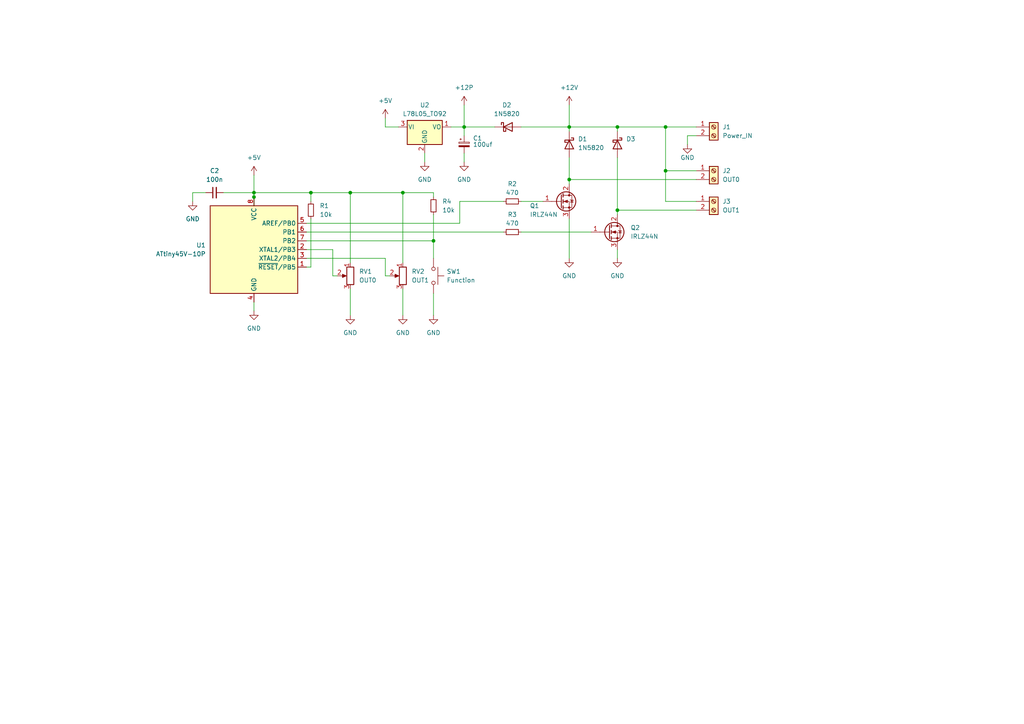
<source format=kicad_sch>
(kicad_sch (version 20230121) (generator eeschema)

  (uuid 1c23a6e0-5074-4d09-8f63-35c4acc46642)

  (paper "A4")

  (lib_symbols
    (symbol "Connector:Screw_Terminal_01x02" (pin_names (offset 1.016) hide) (in_bom yes) (on_board yes)
      (property "Reference" "J" (at 0 2.54 0)
        (effects (font (size 1.27 1.27)))
      )
      (property "Value" "Screw_Terminal_01x02" (at 0 -5.08 0)
        (effects (font (size 1.27 1.27)))
      )
      (property "Footprint" "" (at 0 0 0)
        (effects (font (size 1.27 1.27)) hide)
      )
      (property "Datasheet" "~" (at 0 0 0)
        (effects (font (size 1.27 1.27)) hide)
      )
      (property "ki_keywords" "screw terminal" (at 0 0 0)
        (effects (font (size 1.27 1.27)) hide)
      )
      (property "ki_description" "Generic screw terminal, single row, 01x02, script generated (kicad-library-utils/schlib/autogen/connector/)" (at 0 0 0)
        (effects (font (size 1.27 1.27)) hide)
      )
      (property "ki_fp_filters" "TerminalBlock*:*" (at 0 0 0)
        (effects (font (size 1.27 1.27)) hide)
      )
      (symbol "Screw_Terminal_01x02_1_1"
        (rectangle (start -1.27 1.27) (end 1.27 -3.81)
          (stroke (width 0.254) (type default))
          (fill (type background))
        )
        (circle (center 0 -2.54) (radius 0.635)
          (stroke (width 0.1524) (type default))
          (fill (type none))
        )
        (polyline
          (pts
            (xy -0.5334 -2.2098)
            (xy 0.3302 -3.048)
          )
          (stroke (width 0.1524) (type default))
          (fill (type none))
        )
        (polyline
          (pts
            (xy -0.5334 0.3302)
            (xy 0.3302 -0.508)
          )
          (stroke (width 0.1524) (type default))
          (fill (type none))
        )
        (polyline
          (pts
            (xy -0.3556 -2.032)
            (xy 0.508 -2.8702)
          )
          (stroke (width 0.1524) (type default))
          (fill (type none))
        )
        (polyline
          (pts
            (xy -0.3556 0.508)
            (xy 0.508 -0.3302)
          )
          (stroke (width 0.1524) (type default))
          (fill (type none))
        )
        (circle (center 0 0) (radius 0.635)
          (stroke (width 0.1524) (type default))
          (fill (type none))
        )
        (pin passive line (at -5.08 0 0) (length 3.81)
          (name "Pin_1" (effects (font (size 1.27 1.27))))
          (number "1" (effects (font (size 1.27 1.27))))
        )
        (pin passive line (at -5.08 -2.54 0) (length 3.81)
          (name "Pin_2" (effects (font (size 1.27 1.27))))
          (number "2" (effects (font (size 1.27 1.27))))
        )
      )
    )
    (symbol "Device:C_Polarized_Small" (pin_numbers hide) (pin_names (offset 0.254) hide) (in_bom yes) (on_board yes)
      (property "Reference" "C" (at 0.254 1.778 0)
        (effects (font (size 1.27 1.27)) (justify left))
      )
      (property "Value" "C_Polarized_Small" (at 0.254 -2.032 0)
        (effects (font (size 1.27 1.27)) (justify left))
      )
      (property "Footprint" "" (at 0 0 0)
        (effects (font (size 1.27 1.27)) hide)
      )
      (property "Datasheet" "~" (at 0 0 0)
        (effects (font (size 1.27 1.27)) hide)
      )
      (property "ki_keywords" "cap capacitor" (at 0 0 0)
        (effects (font (size 1.27 1.27)) hide)
      )
      (property "ki_description" "Polarized capacitor, small symbol" (at 0 0 0)
        (effects (font (size 1.27 1.27)) hide)
      )
      (property "ki_fp_filters" "CP_*" (at 0 0 0)
        (effects (font (size 1.27 1.27)) hide)
      )
      (symbol "C_Polarized_Small_0_1"
        (rectangle (start -1.524 -0.3048) (end 1.524 -0.6858)
          (stroke (width 0) (type default))
          (fill (type outline))
        )
        (rectangle (start -1.524 0.6858) (end 1.524 0.3048)
          (stroke (width 0) (type default))
          (fill (type none))
        )
        (polyline
          (pts
            (xy -1.27 1.524)
            (xy -0.762 1.524)
          )
          (stroke (width 0) (type default))
          (fill (type none))
        )
        (polyline
          (pts
            (xy -1.016 1.27)
            (xy -1.016 1.778)
          )
          (stroke (width 0) (type default))
          (fill (type none))
        )
      )
      (symbol "C_Polarized_Small_1_1"
        (pin passive line (at 0 2.54 270) (length 1.8542)
          (name "~" (effects (font (size 1.27 1.27))))
          (number "1" (effects (font (size 1.27 1.27))))
        )
        (pin passive line (at 0 -2.54 90) (length 1.8542)
          (name "~" (effects (font (size 1.27 1.27))))
          (number "2" (effects (font (size 1.27 1.27))))
        )
      )
    )
    (symbol "Device:C_Small" (pin_numbers hide) (pin_names (offset 0.254) hide) (in_bom yes) (on_board yes)
      (property "Reference" "C" (at 0.254 1.778 0)
        (effects (font (size 1.27 1.27)) (justify left))
      )
      (property "Value" "C_Small" (at 0.254 -2.032 0)
        (effects (font (size 1.27 1.27)) (justify left))
      )
      (property "Footprint" "" (at 0 0 0)
        (effects (font (size 1.27 1.27)) hide)
      )
      (property "Datasheet" "~" (at 0 0 0)
        (effects (font (size 1.27 1.27)) hide)
      )
      (property "ki_keywords" "capacitor cap" (at 0 0 0)
        (effects (font (size 1.27 1.27)) hide)
      )
      (property "ki_description" "Unpolarized capacitor, small symbol" (at 0 0 0)
        (effects (font (size 1.27 1.27)) hide)
      )
      (property "ki_fp_filters" "C_*" (at 0 0 0)
        (effects (font (size 1.27 1.27)) hide)
      )
      (symbol "C_Small_0_1"
        (polyline
          (pts
            (xy -1.524 -0.508)
            (xy 1.524 -0.508)
          )
          (stroke (width 0.3302) (type default))
          (fill (type none))
        )
        (polyline
          (pts
            (xy -1.524 0.508)
            (xy 1.524 0.508)
          )
          (stroke (width 0.3048) (type default))
          (fill (type none))
        )
      )
      (symbol "C_Small_1_1"
        (pin passive line (at 0 2.54 270) (length 2.032)
          (name "~" (effects (font (size 1.27 1.27))))
          (number "1" (effects (font (size 1.27 1.27))))
        )
        (pin passive line (at 0 -2.54 90) (length 2.032)
          (name "~" (effects (font (size 1.27 1.27))))
          (number "2" (effects (font (size 1.27 1.27))))
        )
      )
    )
    (symbol "Device:R_Potentiometer" (pin_names (offset 1.016) hide) (in_bom yes) (on_board yes)
      (property "Reference" "RV" (at -4.445 0 90)
        (effects (font (size 1.27 1.27)))
      )
      (property "Value" "R_Potentiometer" (at -2.54 0 90)
        (effects (font (size 1.27 1.27)))
      )
      (property "Footprint" "" (at 0 0 0)
        (effects (font (size 1.27 1.27)) hide)
      )
      (property "Datasheet" "~" (at 0 0 0)
        (effects (font (size 1.27 1.27)) hide)
      )
      (property "ki_keywords" "resistor variable" (at 0 0 0)
        (effects (font (size 1.27 1.27)) hide)
      )
      (property "ki_description" "Potentiometer" (at 0 0 0)
        (effects (font (size 1.27 1.27)) hide)
      )
      (property "ki_fp_filters" "Potentiometer*" (at 0 0 0)
        (effects (font (size 1.27 1.27)) hide)
      )
      (symbol "R_Potentiometer_0_1"
        (polyline
          (pts
            (xy 2.54 0)
            (xy 1.524 0)
          )
          (stroke (width 0) (type default))
          (fill (type none))
        )
        (polyline
          (pts
            (xy 1.143 0)
            (xy 2.286 0.508)
            (xy 2.286 -0.508)
            (xy 1.143 0)
          )
          (stroke (width 0) (type default))
          (fill (type outline))
        )
        (rectangle (start 1.016 2.54) (end -1.016 -2.54)
          (stroke (width 0.254) (type default))
          (fill (type none))
        )
      )
      (symbol "R_Potentiometer_1_1"
        (pin passive line (at 0 3.81 270) (length 1.27)
          (name "1" (effects (font (size 1.27 1.27))))
          (number "1" (effects (font (size 1.27 1.27))))
        )
        (pin passive line (at 3.81 0 180) (length 1.27)
          (name "2" (effects (font (size 1.27 1.27))))
          (number "2" (effects (font (size 1.27 1.27))))
        )
        (pin passive line (at 0 -3.81 90) (length 1.27)
          (name "3" (effects (font (size 1.27 1.27))))
          (number "3" (effects (font (size 1.27 1.27))))
        )
      )
    )
    (symbol "Device:R_Small" (pin_numbers hide) (pin_names (offset 0.254) hide) (in_bom yes) (on_board yes)
      (property "Reference" "R" (at 0.762 0.508 0)
        (effects (font (size 1.27 1.27)) (justify left))
      )
      (property "Value" "R_Small" (at 0.762 -1.016 0)
        (effects (font (size 1.27 1.27)) (justify left))
      )
      (property "Footprint" "" (at 0 0 0)
        (effects (font (size 1.27 1.27)) hide)
      )
      (property "Datasheet" "~" (at 0 0 0)
        (effects (font (size 1.27 1.27)) hide)
      )
      (property "ki_keywords" "R resistor" (at 0 0 0)
        (effects (font (size 1.27 1.27)) hide)
      )
      (property "ki_description" "Resistor, small symbol" (at 0 0 0)
        (effects (font (size 1.27 1.27)) hide)
      )
      (property "ki_fp_filters" "R_*" (at 0 0 0)
        (effects (font (size 1.27 1.27)) hide)
      )
      (symbol "R_Small_0_1"
        (rectangle (start -0.762 1.778) (end 0.762 -1.778)
          (stroke (width 0.2032) (type default))
          (fill (type none))
        )
      )
      (symbol "R_Small_1_1"
        (pin passive line (at 0 2.54 270) (length 0.762)
          (name "~" (effects (font (size 1.27 1.27))))
          (number "1" (effects (font (size 1.27 1.27))))
        )
        (pin passive line (at 0 -2.54 90) (length 0.762)
          (name "~" (effects (font (size 1.27 1.27))))
          (number "2" (effects (font (size 1.27 1.27))))
        )
      )
    )
    (symbol "Diode:1N5820" (pin_numbers hide) (pin_names (offset 1.016) hide) (in_bom yes) (on_board yes)
      (property "Reference" "D" (at 0 2.54 0)
        (effects (font (size 1.27 1.27)))
      )
      (property "Value" "1N5820" (at 0 -2.54 0)
        (effects (font (size 1.27 1.27)))
      )
      (property "Footprint" "Diode_THT:D_DO-201AD_P15.24mm_Horizontal" (at 0 -4.445 0)
        (effects (font (size 1.27 1.27)) hide)
      )
      (property "Datasheet" "http://www.vishay.com/docs/88526/1n5820.pdf" (at 0 0 0)
        (effects (font (size 1.27 1.27)) hide)
      )
      (property "ki_keywords" "diode Schottky" (at 0 0 0)
        (effects (font (size 1.27 1.27)) hide)
      )
      (property "ki_description" "20V 3A Schottky Barrier Rectifier Diode, DO-201AD" (at 0 0 0)
        (effects (font (size 1.27 1.27)) hide)
      )
      (property "ki_fp_filters" "D*DO?201AD*" (at 0 0 0)
        (effects (font (size 1.27 1.27)) hide)
      )
      (symbol "1N5820_0_1"
        (polyline
          (pts
            (xy 1.27 0)
            (xy -1.27 0)
          )
          (stroke (width 0) (type default))
          (fill (type none))
        )
        (polyline
          (pts
            (xy 1.27 1.27)
            (xy 1.27 -1.27)
            (xy -1.27 0)
            (xy 1.27 1.27)
          )
          (stroke (width 0.254) (type default))
          (fill (type none))
        )
        (polyline
          (pts
            (xy -1.905 0.635)
            (xy -1.905 1.27)
            (xy -1.27 1.27)
            (xy -1.27 -1.27)
            (xy -0.635 -1.27)
            (xy -0.635 -0.635)
          )
          (stroke (width 0.254) (type default))
          (fill (type none))
        )
      )
      (symbol "1N5820_1_1"
        (pin passive line (at -3.81 0 0) (length 2.54)
          (name "K" (effects (font (size 1.27 1.27))))
          (number "1" (effects (font (size 1.27 1.27))))
        )
        (pin passive line (at 3.81 0 180) (length 2.54)
          (name "A" (effects (font (size 1.27 1.27))))
          (number "2" (effects (font (size 1.27 1.27))))
        )
      )
    )
    (symbol "MCU_Microchip_ATtiny:ATtiny45V-10P" (in_bom yes) (on_board yes)
      (property "Reference" "U" (at -12.7 13.97 0)
        (effects (font (size 1.27 1.27)) (justify left bottom))
      )
      (property "Value" "ATtiny45V-10P" (at 2.54 -13.97 0)
        (effects (font (size 1.27 1.27)) (justify left top))
      )
      (property "Footprint" "Package_DIP:DIP-8_W7.62mm" (at 0 0 0)
        (effects (font (size 1.27 1.27) italic) hide)
      )
      (property "Datasheet" "http://ww1.microchip.com/downloads/en/DeviceDoc/atmel-2586-avr-8-bit-microcontroller-attiny25-attiny45-attiny85_datasheet.pdf" (at 0 0 0)
        (effects (font (size 1.27 1.27)) hide)
      )
      (property "ki_keywords" "AVR 8bit Microcontroller tinyAVR" (at 0 0 0)
        (effects (font (size 1.27 1.27)) hide)
      )
      (property "ki_description" "10MHz, 4kB Flash, 256B SRAM, 256B EEPROM, debugWIRE, DIP-8" (at 0 0 0)
        (effects (font (size 1.27 1.27)) hide)
      )
      (property "ki_fp_filters" "DIP*W7.62mm*" (at 0 0 0)
        (effects (font (size 1.27 1.27)) hide)
      )
      (symbol "ATtiny45V-10P_0_1"
        (rectangle (start -12.7 -12.7) (end 12.7 12.7)
          (stroke (width 0.254) (type default))
          (fill (type background))
        )
      )
      (symbol "ATtiny45V-10P_1_1"
        (pin bidirectional line (at 15.24 -5.08 180) (length 2.54)
          (name "~{RESET}/PB5" (effects (font (size 1.27 1.27))))
          (number "1" (effects (font (size 1.27 1.27))))
        )
        (pin bidirectional line (at 15.24 0 180) (length 2.54)
          (name "XTAL1/PB3" (effects (font (size 1.27 1.27))))
          (number "2" (effects (font (size 1.27 1.27))))
        )
        (pin bidirectional line (at 15.24 -2.54 180) (length 2.54)
          (name "XTAL2/PB4" (effects (font (size 1.27 1.27))))
          (number "3" (effects (font (size 1.27 1.27))))
        )
        (pin power_in line (at 0 -15.24 90) (length 2.54)
          (name "GND" (effects (font (size 1.27 1.27))))
          (number "4" (effects (font (size 1.27 1.27))))
        )
        (pin bidirectional line (at 15.24 7.62 180) (length 2.54)
          (name "AREF/PB0" (effects (font (size 1.27 1.27))))
          (number "5" (effects (font (size 1.27 1.27))))
        )
        (pin bidirectional line (at 15.24 5.08 180) (length 2.54)
          (name "PB1" (effects (font (size 1.27 1.27))))
          (number "6" (effects (font (size 1.27 1.27))))
        )
        (pin bidirectional line (at 15.24 2.54 180) (length 2.54)
          (name "PB2" (effects (font (size 1.27 1.27))))
          (number "7" (effects (font (size 1.27 1.27))))
        )
        (pin power_in line (at 0 15.24 270) (length 2.54)
          (name "VCC" (effects (font (size 1.27 1.27))))
          (number "8" (effects (font (size 1.27 1.27))))
        )
      )
    )
    (symbol "Regulator_Linear:L78L05_TO92" (pin_names (offset 0.254)) (in_bom yes) (on_board yes)
      (property "Reference" "U" (at -3.81 3.175 0)
        (effects (font (size 1.27 1.27)))
      )
      (property "Value" "L78L05_TO92" (at 0 3.175 0)
        (effects (font (size 1.27 1.27)) (justify left))
      )
      (property "Footprint" "Package_TO_SOT_THT:TO-92_Inline" (at 0 5.715 0)
        (effects (font (size 1.27 1.27) italic) hide)
      )
      (property "Datasheet" "http://www.st.com/content/ccc/resource/technical/document/datasheet/15/55/e5/aa/23/5b/43/fd/CD00000446.pdf/files/CD00000446.pdf/jcr:content/translations/en.CD00000446.pdf" (at 0 -1.27 0)
        (effects (font (size 1.27 1.27)) hide)
      )
      (property "ki_keywords" "Voltage Regulator 100mA Positive" (at 0 0 0)
        (effects (font (size 1.27 1.27)) hide)
      )
      (property "ki_description" "Positive 100mA 30V Linear Regulator, Fixed Output 5V, TO-92" (at 0 0 0)
        (effects (font (size 1.27 1.27)) hide)
      )
      (property "ki_fp_filters" "TO?92*" (at 0 0 0)
        (effects (font (size 1.27 1.27)) hide)
      )
      (symbol "L78L05_TO92_0_1"
        (rectangle (start -5.08 -5.08) (end 5.08 1.905)
          (stroke (width 0.254) (type default))
          (fill (type background))
        )
      )
      (symbol "L78L05_TO92_1_1"
        (pin power_out line (at 7.62 0 180) (length 2.54)
          (name "VO" (effects (font (size 1.27 1.27))))
          (number "1" (effects (font (size 1.27 1.27))))
        )
        (pin power_in line (at 0 -7.62 90) (length 2.54)
          (name "GND" (effects (font (size 1.27 1.27))))
          (number "2" (effects (font (size 1.27 1.27))))
        )
        (pin power_in line (at -7.62 0 0) (length 2.54)
          (name "VI" (effects (font (size 1.27 1.27))))
          (number "3" (effects (font (size 1.27 1.27))))
        )
      )
    )
    (symbol "Switch:SW_Push" (pin_numbers hide) (pin_names (offset 1.016) hide) (in_bom yes) (on_board yes)
      (property "Reference" "SW" (at 1.27 2.54 0)
        (effects (font (size 1.27 1.27)) (justify left))
      )
      (property "Value" "SW_Push" (at 0 -1.524 0)
        (effects (font (size 1.27 1.27)))
      )
      (property "Footprint" "" (at 0 5.08 0)
        (effects (font (size 1.27 1.27)) hide)
      )
      (property "Datasheet" "~" (at 0 5.08 0)
        (effects (font (size 1.27 1.27)) hide)
      )
      (property "ki_keywords" "switch normally-open pushbutton push-button" (at 0 0 0)
        (effects (font (size 1.27 1.27)) hide)
      )
      (property "ki_description" "Push button switch, generic, two pins" (at 0 0 0)
        (effects (font (size 1.27 1.27)) hide)
      )
      (symbol "SW_Push_0_1"
        (circle (center -2.032 0) (radius 0.508)
          (stroke (width 0) (type default))
          (fill (type none))
        )
        (polyline
          (pts
            (xy 0 1.27)
            (xy 0 3.048)
          )
          (stroke (width 0) (type default))
          (fill (type none))
        )
        (polyline
          (pts
            (xy 2.54 1.27)
            (xy -2.54 1.27)
          )
          (stroke (width 0) (type default))
          (fill (type none))
        )
        (circle (center 2.032 0) (radius 0.508)
          (stroke (width 0) (type default))
          (fill (type none))
        )
        (pin passive line (at -5.08 0 0) (length 2.54)
          (name "1" (effects (font (size 1.27 1.27))))
          (number "1" (effects (font (size 1.27 1.27))))
        )
        (pin passive line (at 5.08 0 180) (length 2.54)
          (name "2" (effects (font (size 1.27 1.27))))
          (number "2" (effects (font (size 1.27 1.27))))
        )
      )
    )
    (symbol "Transistor_FET:IRLZ44N" (pin_names hide) (in_bom yes) (on_board yes)
      (property "Reference" "Q" (at 6.35 1.905 0)
        (effects (font (size 1.27 1.27)) (justify left))
      )
      (property "Value" "IRLZ44N" (at 6.35 0 0)
        (effects (font (size 1.27 1.27)) (justify left))
      )
      (property "Footprint" "Package_TO_SOT_THT:TO-220-3_Vertical" (at 6.35 -1.905 0)
        (effects (font (size 1.27 1.27) italic) (justify left) hide)
      )
      (property "Datasheet" "http://www.irf.com/product-info/datasheets/data/irlz44n.pdf" (at 0 0 0)
        (effects (font (size 1.27 1.27)) (justify left) hide)
      )
      (property "ki_keywords" "N-Channel HEXFET MOSFET Logic-Level" (at 0 0 0)
        (effects (font (size 1.27 1.27)) hide)
      )
      (property "ki_description" "47A Id, 55V Vds, 22mOhm Rds Single N-Channel HEXFET Power MOSFET, TO-220AB" (at 0 0 0)
        (effects (font (size 1.27 1.27)) hide)
      )
      (property "ki_fp_filters" "TO?220*" (at 0 0 0)
        (effects (font (size 1.27 1.27)) hide)
      )
      (symbol "IRLZ44N_0_1"
        (polyline
          (pts
            (xy 0.254 0)
            (xy -2.54 0)
          )
          (stroke (width 0) (type default))
          (fill (type none))
        )
        (polyline
          (pts
            (xy 0.254 1.905)
            (xy 0.254 -1.905)
          )
          (stroke (width 0.254) (type default))
          (fill (type none))
        )
        (polyline
          (pts
            (xy 0.762 -1.27)
            (xy 0.762 -2.286)
          )
          (stroke (width 0.254) (type default))
          (fill (type none))
        )
        (polyline
          (pts
            (xy 0.762 0.508)
            (xy 0.762 -0.508)
          )
          (stroke (width 0.254) (type default))
          (fill (type none))
        )
        (polyline
          (pts
            (xy 0.762 2.286)
            (xy 0.762 1.27)
          )
          (stroke (width 0.254) (type default))
          (fill (type none))
        )
        (polyline
          (pts
            (xy 2.54 2.54)
            (xy 2.54 1.778)
          )
          (stroke (width 0) (type default))
          (fill (type none))
        )
        (polyline
          (pts
            (xy 2.54 -2.54)
            (xy 2.54 0)
            (xy 0.762 0)
          )
          (stroke (width 0) (type default))
          (fill (type none))
        )
        (polyline
          (pts
            (xy 0.762 -1.778)
            (xy 3.302 -1.778)
            (xy 3.302 1.778)
            (xy 0.762 1.778)
          )
          (stroke (width 0) (type default))
          (fill (type none))
        )
        (polyline
          (pts
            (xy 1.016 0)
            (xy 2.032 0.381)
            (xy 2.032 -0.381)
            (xy 1.016 0)
          )
          (stroke (width 0) (type default))
          (fill (type outline))
        )
        (polyline
          (pts
            (xy 2.794 0.508)
            (xy 2.921 0.381)
            (xy 3.683 0.381)
            (xy 3.81 0.254)
          )
          (stroke (width 0) (type default))
          (fill (type none))
        )
        (polyline
          (pts
            (xy 3.302 0.381)
            (xy 2.921 -0.254)
            (xy 3.683 -0.254)
            (xy 3.302 0.381)
          )
          (stroke (width 0) (type default))
          (fill (type none))
        )
        (circle (center 1.651 0) (radius 2.794)
          (stroke (width 0.254) (type default))
          (fill (type none))
        )
        (circle (center 2.54 -1.778) (radius 0.254)
          (stroke (width 0) (type default))
          (fill (type outline))
        )
        (circle (center 2.54 1.778) (radius 0.254)
          (stroke (width 0) (type default))
          (fill (type outline))
        )
      )
      (symbol "IRLZ44N_1_1"
        (pin input line (at -5.08 0 0) (length 2.54)
          (name "G" (effects (font (size 1.27 1.27))))
          (number "1" (effects (font (size 1.27 1.27))))
        )
        (pin passive line (at 2.54 5.08 270) (length 2.54)
          (name "D" (effects (font (size 1.27 1.27))))
          (number "2" (effects (font (size 1.27 1.27))))
        )
        (pin passive line (at 2.54 -5.08 90) (length 2.54)
          (name "S" (effects (font (size 1.27 1.27))))
          (number "3" (effects (font (size 1.27 1.27))))
        )
      )
    )
    (symbol "power:+12P" (power) (pin_names (offset 0)) (in_bom yes) (on_board yes)
      (property "Reference" "#PWR" (at 0 -3.81 0)
        (effects (font (size 1.27 1.27)) hide)
      )
      (property "Value" "+12P" (at 0 3.556 0)
        (effects (font (size 1.27 1.27)))
      )
      (property "Footprint" "" (at 0 0 0)
        (effects (font (size 1.27 1.27)) hide)
      )
      (property "Datasheet" "" (at 0 0 0)
        (effects (font (size 1.27 1.27)) hide)
      )
      (property "ki_keywords" "global power" (at 0 0 0)
        (effects (font (size 1.27 1.27)) hide)
      )
      (property "ki_description" "Power symbol creates a global label with name \"+12P\"" (at 0 0 0)
        (effects (font (size 1.27 1.27)) hide)
      )
      (symbol "+12P_0_1"
        (polyline
          (pts
            (xy -0.762 1.27)
            (xy 0 2.54)
          )
          (stroke (width 0) (type default))
          (fill (type none))
        )
        (polyline
          (pts
            (xy 0 0)
            (xy 0 2.54)
          )
          (stroke (width 0) (type default))
          (fill (type none))
        )
        (polyline
          (pts
            (xy 0 2.54)
            (xy 0.762 1.27)
          )
          (stroke (width 0) (type default))
          (fill (type none))
        )
      )
      (symbol "+12P_1_1"
        (pin power_in line (at 0 0 90) (length 0) hide
          (name "+12P" (effects (font (size 1.27 1.27))))
          (number "1" (effects (font (size 1.27 1.27))))
        )
      )
    )
    (symbol "power:+12V" (power) (pin_names (offset 0)) (in_bom yes) (on_board yes)
      (property "Reference" "#PWR" (at 0 -3.81 0)
        (effects (font (size 1.27 1.27)) hide)
      )
      (property "Value" "+12V" (at 0 3.556 0)
        (effects (font (size 1.27 1.27)))
      )
      (property "Footprint" "" (at 0 0 0)
        (effects (font (size 1.27 1.27)) hide)
      )
      (property "Datasheet" "" (at 0 0 0)
        (effects (font (size 1.27 1.27)) hide)
      )
      (property "ki_keywords" "global power" (at 0 0 0)
        (effects (font (size 1.27 1.27)) hide)
      )
      (property "ki_description" "Power symbol creates a global label with name \"+12V\"" (at 0 0 0)
        (effects (font (size 1.27 1.27)) hide)
      )
      (symbol "+12V_0_1"
        (polyline
          (pts
            (xy -0.762 1.27)
            (xy 0 2.54)
          )
          (stroke (width 0) (type default))
          (fill (type none))
        )
        (polyline
          (pts
            (xy 0 0)
            (xy 0 2.54)
          )
          (stroke (width 0) (type default))
          (fill (type none))
        )
        (polyline
          (pts
            (xy 0 2.54)
            (xy 0.762 1.27)
          )
          (stroke (width 0) (type default))
          (fill (type none))
        )
      )
      (symbol "+12V_1_1"
        (pin power_in line (at 0 0 90) (length 0) hide
          (name "+12V" (effects (font (size 1.27 1.27))))
          (number "1" (effects (font (size 1.27 1.27))))
        )
      )
    )
    (symbol "power:+5V" (power) (pin_names (offset 0)) (in_bom yes) (on_board yes)
      (property "Reference" "#PWR" (at 0 -3.81 0)
        (effects (font (size 1.27 1.27)) hide)
      )
      (property "Value" "+5V" (at 0 3.556 0)
        (effects (font (size 1.27 1.27)))
      )
      (property "Footprint" "" (at 0 0 0)
        (effects (font (size 1.27 1.27)) hide)
      )
      (property "Datasheet" "" (at 0 0 0)
        (effects (font (size 1.27 1.27)) hide)
      )
      (property "ki_keywords" "global power" (at 0 0 0)
        (effects (font (size 1.27 1.27)) hide)
      )
      (property "ki_description" "Power symbol creates a global label with name \"+5V\"" (at 0 0 0)
        (effects (font (size 1.27 1.27)) hide)
      )
      (symbol "+5V_0_1"
        (polyline
          (pts
            (xy -0.762 1.27)
            (xy 0 2.54)
          )
          (stroke (width 0) (type default))
          (fill (type none))
        )
        (polyline
          (pts
            (xy 0 0)
            (xy 0 2.54)
          )
          (stroke (width 0) (type default))
          (fill (type none))
        )
        (polyline
          (pts
            (xy 0 2.54)
            (xy 0.762 1.27)
          )
          (stroke (width 0) (type default))
          (fill (type none))
        )
      )
      (symbol "+5V_1_1"
        (pin power_in line (at 0 0 90) (length 0) hide
          (name "+5V" (effects (font (size 1.27 1.27))))
          (number "1" (effects (font (size 1.27 1.27))))
        )
      )
    )
    (symbol "power:GND" (power) (pin_names (offset 0)) (in_bom yes) (on_board yes)
      (property "Reference" "#PWR" (at 0 -6.35 0)
        (effects (font (size 1.27 1.27)) hide)
      )
      (property "Value" "GND" (at 0 -3.81 0)
        (effects (font (size 1.27 1.27)))
      )
      (property "Footprint" "" (at 0 0 0)
        (effects (font (size 1.27 1.27)) hide)
      )
      (property "Datasheet" "" (at 0 0 0)
        (effects (font (size 1.27 1.27)) hide)
      )
      (property "ki_keywords" "global power" (at 0 0 0)
        (effects (font (size 1.27 1.27)) hide)
      )
      (property "ki_description" "Power symbol creates a global label with name \"GND\" , ground" (at 0 0 0)
        (effects (font (size 1.27 1.27)) hide)
      )
      (symbol "GND_0_1"
        (polyline
          (pts
            (xy 0 0)
            (xy 0 -1.27)
            (xy 1.27 -1.27)
            (xy 0 -2.54)
            (xy -1.27 -1.27)
            (xy 0 -1.27)
          )
          (stroke (width 0) (type default))
          (fill (type none))
        )
      )
      (symbol "GND_1_1"
        (pin power_in line (at 0 0 270) (length 0) hide
          (name "GND" (effects (font (size 1.27 1.27))))
          (number "1" (effects (font (size 1.27 1.27))))
        )
      )
    )
  )

  (junction (at 165.1 36.83) (diameter 0) (color 0 0 0 0)
    (uuid 13ff5aaf-2a6c-4bf9-8b3d-ddc4a9739391)
  )
  (junction (at 90.17 55.88) (diameter 0) (color 0 0 0 0)
    (uuid 2d6f7cbf-3662-460c-9f04-239302062ea5)
  )
  (junction (at 101.6 55.88) (diameter 0) (color 0 0 0 0)
    (uuid 3c577be2-8db2-481d-b185-9685d3115717)
  )
  (junction (at 73.66 57.15) (diameter 0) (color 0 0 0 0)
    (uuid 5277285c-b7af-4661-b3b6-d93d2f9e833f)
  )
  (junction (at 125.73 69.85) (diameter 0) (color 0 0 0 0)
    (uuid 8ba9b11c-77dd-4705-ad98-64c0cc5414a1)
  )
  (junction (at 116.84 55.88) (diameter 0) (color 0 0 0 0)
    (uuid 99c262ae-6e91-4519-bd20-842b30641a84)
  )
  (junction (at 134.62 36.83) (diameter 0) (color 0 0 0 0)
    (uuid 9fd97a1b-a679-4f8f-b894-65cc4b4bedc7)
  )
  (junction (at 193.04 36.83) (diameter 0) (color 0 0 0 0)
    (uuid ab42af3b-e073-48b6-9095-22a75c39eb29)
  )
  (junction (at 179.07 36.83) (diameter 0) (color 0 0 0 0)
    (uuid bfdb6273-24a4-45a0-89db-4e28ef0e03b2)
  )
  (junction (at 193.04 49.53) (diameter 0) (color 0 0 0 0)
    (uuid c6405476-8873-42ae-8b43-3e9feb511cfc)
  )
  (junction (at 179.07 60.96) (diameter 0) (color 0 0 0 0)
    (uuid ce6bf405-1839-4633-b330-95106616e3f5)
  )
  (junction (at 165.1 52.07) (diameter 0) (color 0 0 0 0)
    (uuid d8551a77-6f2c-4653-aab4-58ad893fe228)
  )
  (junction (at 73.66 55.88) (diameter 0) (color 0 0 0 0)
    (uuid f2840243-f24a-4d6e-8550-73e9f3af520b)
  )

  (wire (pts (xy 88.9 69.85) (xy 125.73 69.85))
    (stroke (width 0) (type default))
    (uuid 03d932cf-a8cc-442c-9e6a-c039fbe3bf5e)
  )
  (wire (pts (xy 96.52 80.01) (xy 96.52 72.39))
    (stroke (width 0) (type default))
    (uuid 04dbf1ec-1b3c-4351-af5b-ed546ef5d827)
  )
  (wire (pts (xy 90.17 55.88) (xy 101.6 55.88))
    (stroke (width 0) (type default))
    (uuid 07132052-a99e-4c1d-b919-291f9c656a09)
  )
  (wire (pts (xy 179.07 36.83) (xy 179.07 38.1))
    (stroke (width 0) (type default))
    (uuid 0bbc93f5-a120-4cb2-9c14-78d15ca482ff)
  )
  (wire (pts (xy 179.07 36.83) (xy 193.04 36.83))
    (stroke (width 0) (type default))
    (uuid 0ec7e8db-98d1-47b3-97ef-52391e8789f7)
  )
  (wire (pts (xy 90.17 63.5) (xy 90.17 77.47))
    (stroke (width 0) (type default))
    (uuid 0f6e8ccc-a46e-4a60-b982-1339e5c7a3ef)
  )
  (wire (pts (xy 133.35 64.77) (xy 88.9 64.77))
    (stroke (width 0) (type default))
    (uuid 12eb6c4d-a900-4c85-b7cf-2428243c00a2)
  )
  (wire (pts (xy 165.1 52.07) (xy 201.93 52.07))
    (stroke (width 0) (type default))
    (uuid 16b5ac6e-ae81-4c0c-8d4c-2f31b81eab35)
  )
  (wire (pts (xy 165.1 30.48) (xy 165.1 36.83))
    (stroke (width 0) (type default))
    (uuid 1ecb0dc3-30e1-4bf1-b1fb-77138d70375f)
  )
  (wire (pts (xy 179.07 72.39) (xy 179.07 74.93))
    (stroke (width 0) (type default))
    (uuid 2233775f-c1a7-4b00-905d-32f9df12cf2a)
  )
  (wire (pts (xy 123.19 44.45) (xy 123.19 46.99))
    (stroke (width 0) (type default))
    (uuid 25b21eb1-c1a3-4212-9b83-db45b05e705b)
  )
  (wire (pts (xy 179.07 60.96) (xy 179.07 62.23))
    (stroke (width 0) (type default))
    (uuid 28f88a98-2182-4ea4-8b4e-2e1924a85c96)
  )
  (wire (pts (xy 165.1 63.5) (xy 165.1 74.93))
    (stroke (width 0) (type default))
    (uuid 30429749-1937-477f-b175-31f76aec2b03)
  )
  (wire (pts (xy 134.62 44.45) (xy 134.62 46.99))
    (stroke (width 0) (type default))
    (uuid 335babcc-dcef-487b-a33c-9d85ec2e1ffc)
  )
  (wire (pts (xy 171.45 67.31) (xy 151.13 67.31))
    (stroke (width 0) (type default))
    (uuid 358c5b95-b236-4f5c-814b-3260dfa57ac7)
  )
  (wire (pts (xy 90.17 58.42) (xy 90.17 55.88))
    (stroke (width 0) (type default))
    (uuid 3a151253-bd73-4275-9d81-0efc3fc98c2e)
  )
  (wire (pts (xy 101.6 55.88) (xy 101.6 76.2))
    (stroke (width 0) (type default))
    (uuid 3c3b99e2-47ee-4aa4-ad81-de096a107e7a)
  )
  (wire (pts (xy 133.35 58.42) (xy 146.05 58.42))
    (stroke (width 0) (type default))
    (uuid 3f447b0a-38d8-4596-a3b5-4b252c8a9440)
  )
  (wire (pts (xy 88.9 67.31) (xy 146.05 67.31))
    (stroke (width 0) (type default))
    (uuid 40f18304-efcf-46f5-9f10-b6db54b58025)
  )
  (wire (pts (xy 151.13 36.83) (xy 165.1 36.83))
    (stroke (width 0) (type default))
    (uuid 4733049b-892a-44bf-93aa-a0516770dd64)
  )
  (wire (pts (xy 101.6 83.82) (xy 101.6 91.44))
    (stroke (width 0) (type default))
    (uuid 4b4fe70e-4ec0-42fc-8ca7-669695cbb1f4)
  )
  (wire (pts (xy 88.9 74.93) (xy 111.76 74.93))
    (stroke (width 0) (type default))
    (uuid 52c42236-6216-4888-b7e3-eff4be3e7444)
  )
  (wire (pts (xy 55.88 55.88) (xy 55.88 58.42))
    (stroke (width 0) (type default))
    (uuid 59878b6f-3d27-40bb-a01d-713f99ef6e1e)
  )
  (wire (pts (xy 133.35 58.42) (xy 133.35 64.77))
    (stroke (width 0) (type default))
    (uuid 5aeab2d4-ead8-4f45-9efc-2fadfdae90d3)
  )
  (wire (pts (xy 201.93 49.53) (xy 193.04 49.53))
    (stroke (width 0) (type default))
    (uuid 5f152cf6-b905-49b5-aae1-e887b6002b69)
  )
  (wire (pts (xy 111.76 36.83) (xy 115.57 36.83))
    (stroke (width 0) (type default))
    (uuid 60072e25-fefb-4d2d-9938-7bce608a78c1)
  )
  (wire (pts (xy 111.76 74.93) (xy 111.76 80.01))
    (stroke (width 0) (type default))
    (uuid 69c83781-2955-4df8-91c5-69e1b247f556)
  )
  (wire (pts (xy 116.84 83.82) (xy 116.84 91.44))
    (stroke (width 0) (type default))
    (uuid 6c2eb249-6f1e-4e6a-a77d-d7c96aae956b)
  )
  (wire (pts (xy 179.07 45.72) (xy 179.07 60.96))
    (stroke (width 0) (type default))
    (uuid 74606d5c-505a-43f8-a5aa-3cc90bcbfd25)
  )
  (wire (pts (xy 90.17 77.47) (xy 88.9 77.47))
    (stroke (width 0) (type default))
    (uuid 7cbddcc8-98f8-42c2-b134-518c8aeeeae8)
  )
  (wire (pts (xy 73.66 50.8) (xy 73.66 55.88))
    (stroke (width 0) (type default))
    (uuid 7d4045de-f663-498d-96ba-77c9ee79d844)
  )
  (wire (pts (xy 134.62 39.37) (xy 134.62 36.83))
    (stroke (width 0) (type default))
    (uuid 7dc94d95-ee7b-4bad-b6d3-6dc2d65d2265)
  )
  (wire (pts (xy 201.93 58.42) (xy 193.04 58.42))
    (stroke (width 0) (type default))
    (uuid 7f5bcb86-f5be-418e-999e-bf12ee3161a9)
  )
  (wire (pts (xy 125.73 69.85) (xy 125.73 74.93))
    (stroke (width 0) (type default))
    (uuid 872d7a41-f647-407d-8b0f-18e21a17c555)
  )
  (wire (pts (xy 101.6 55.88) (xy 116.84 55.88))
    (stroke (width 0) (type default))
    (uuid 8b54253a-f190-44a5-a7fa-ac3ccc68913d)
  )
  (wire (pts (xy 193.04 49.53) (xy 193.04 36.83))
    (stroke (width 0) (type default))
    (uuid 9ae8eef1-3ffd-41bf-b983-6c7a0266e416)
  )
  (wire (pts (xy 59.69 55.88) (xy 55.88 55.88))
    (stroke (width 0) (type default))
    (uuid 9bea09c0-e780-4063-997d-7ae89e969581)
  )
  (wire (pts (xy 73.66 57.15) (xy 73.66 55.88))
    (stroke (width 0) (type default))
    (uuid a3bdd645-5b28-453b-ac07-7c8dafdf5204)
  )
  (wire (pts (xy 165.1 36.83) (xy 179.07 36.83))
    (stroke (width 0) (type default))
    (uuid a8313328-9220-419b-939f-29f1d4fb1e57)
  )
  (wire (pts (xy 165.1 45.72) (xy 165.1 52.07))
    (stroke (width 0) (type default))
    (uuid a9a60726-d1af-4a5c-a0ff-2c0cfc09d95f)
  )
  (wire (pts (xy 165.1 36.83) (xy 165.1 38.1))
    (stroke (width 0) (type default))
    (uuid ad4c8e98-c274-49a6-8582-b12742246067)
  )
  (wire (pts (xy 134.62 36.83) (xy 143.51 36.83))
    (stroke (width 0) (type default))
    (uuid afdec3c5-bbbe-4221-9337-5e27bb813992)
  )
  (wire (pts (xy 97.79 80.01) (xy 96.52 80.01))
    (stroke (width 0) (type default))
    (uuid b3bf8a23-3539-4a9e-b8a7-1658ddac1a44)
  )
  (wire (pts (xy 134.62 30.48) (xy 134.62 36.83))
    (stroke (width 0) (type default))
    (uuid b58d6734-4c3e-4b23-8e69-19f4b8a2fca6)
  )
  (wire (pts (xy 201.93 60.96) (xy 179.07 60.96))
    (stroke (width 0) (type default))
    (uuid b7486161-ebbc-4b78-85e8-0da60c06e836)
  )
  (wire (pts (xy 88.9 72.39) (xy 96.52 72.39))
    (stroke (width 0) (type default))
    (uuid b748b013-b5dc-4558-a6cc-75c0efb61283)
  )
  (wire (pts (xy 151.13 58.42) (xy 157.48 58.42))
    (stroke (width 0) (type default))
    (uuid c2ee9821-6177-4bd5-8f2e-ce0899f4a254)
  )
  (wire (pts (xy 73.66 55.88) (xy 64.77 55.88))
    (stroke (width 0) (type default))
    (uuid c9246e24-37c6-46c0-b724-76031e26f227)
  )
  (wire (pts (xy 125.73 85.09) (xy 125.73 91.44))
    (stroke (width 0) (type default))
    (uuid cb6fba46-b596-463f-983e-96fb03eb87e2)
  )
  (wire (pts (xy 165.1 52.07) (xy 165.1 53.34))
    (stroke (width 0) (type default))
    (uuid cd0ed27a-3789-4d1e-a959-dc5aba5acbb4)
  )
  (wire (pts (xy 73.66 59.69) (xy 73.66 57.15))
    (stroke (width 0) (type default))
    (uuid d8a30586-b9ea-4df6-a829-4153b03c7720)
  )
  (wire (pts (xy 90.17 55.88) (xy 73.66 55.88))
    (stroke (width 0) (type default))
    (uuid dc024683-7395-4925-abe4-4b865c01255e)
  )
  (wire (pts (xy 125.73 62.23) (xy 125.73 69.85))
    (stroke (width 0) (type default))
    (uuid dd9bd95d-7e8a-46c3-bc60-d136592b9835)
  )
  (wire (pts (xy 116.84 55.88) (xy 116.84 76.2))
    (stroke (width 0) (type default))
    (uuid df23ba2d-8549-4609-82fc-cb62d5d6280d)
  )
  (wire (pts (xy 73.66 87.63) (xy 73.66 90.17))
    (stroke (width 0) (type default))
    (uuid e3f11f9e-5a4a-4060-850c-a3aa45e34373)
  )
  (wire (pts (xy 193.04 36.83) (xy 201.93 36.83))
    (stroke (width 0) (type default))
    (uuid e9174078-d247-4b8a-9bec-edb4d331496e)
  )
  (wire (pts (xy 113.03 80.01) (xy 111.76 80.01))
    (stroke (width 0) (type default))
    (uuid eaa5aa68-0e68-4f23-8a95-7e5e95adf442)
  )
  (wire (pts (xy 193.04 58.42) (xy 193.04 49.53))
    (stroke (width 0) (type default))
    (uuid eb178920-1ba0-4c6c-b9dd-3b65e076d44d)
  )
  (wire (pts (xy 125.73 57.15) (xy 125.73 55.88))
    (stroke (width 0) (type default))
    (uuid eea695f8-cf66-4224-b794-daa4ebf2adef)
  )
  (wire (pts (xy 201.93 39.37) (xy 199.39 39.37))
    (stroke (width 0) (type default))
    (uuid eed7fab7-7efa-47b1-8854-8cd3140eaf18)
  )
  (wire (pts (xy 199.39 39.37) (xy 199.39 41.91))
    (stroke (width 0) (type default))
    (uuid f0bd5dae-0039-41ac-8b95-d9be7ef21298)
  )
  (wire (pts (xy 111.76 34.29) (xy 111.76 36.83))
    (stroke (width 0) (type default))
    (uuid f379b0ba-3252-4571-a8c4-01186264c265)
  )
  (wire (pts (xy 130.81 36.83) (xy 134.62 36.83))
    (stroke (width 0) (type default))
    (uuid f3a64450-9163-4773-a538-903c74dab9b7)
  )
  (wire (pts (xy 116.84 55.88) (xy 125.73 55.88))
    (stroke (width 0) (type default))
    (uuid f62f47e6-4c1f-4b6d-99da-b64cb40eb8d3)
  )

  (symbol (lib_id "power:GND") (at 199.39 41.91 0) (unit 1)
    (in_bom yes) (on_board yes) (dnp no)
    (uuid 01c97a21-5b53-41ef-9a81-8340fc1e9d13)
    (property "Reference" "#PWR01" (at 199.39 48.26 0)
      (effects (font (size 1.27 1.27)) hide)
    )
    (property "Value" "GND" (at 199.39 45.72 0)
      (effects (font (size 1.27 1.27)))
    )
    (property "Footprint" "" (at 199.39 41.91 0)
      (effects (font (size 1.27 1.27)) hide)
    )
    (property "Datasheet" "" (at 199.39 41.91 0)
      (effects (font (size 1.27 1.27)) hide)
    )
    (pin "1" (uuid 73c0e57f-a052-4130-8d92-17d8dc89f0a9))
    (instances
      (project "lalalal"
        (path "/1c23a6e0-5074-4d09-8f63-35c4acc46642"
          (reference "#PWR01") (unit 1)
        )
      )
    )
  )

  (symbol (lib_id "Diode:1N5820") (at 147.32 36.83 0) (unit 1)
    (in_bom yes) (on_board yes) (dnp no) (fields_autoplaced)
    (uuid 168be580-b72e-4bfa-81ec-de02f8378800)
    (property "Reference" "D2" (at 147.0025 30.48 0)
      (effects (font (size 1.27 1.27)))
    )
    (property "Value" "1N5820" (at 147.0025 33.02 0)
      (effects (font (size 1.27 1.27)))
    )
    (property "Footprint" "Diode_THT:D_DO-34_SOD68_P7.62mm_Horizontal" (at 147.32 41.275 0)
      (effects (font (size 1.27 1.27)) hide)
    )
    (property "Datasheet" "http://www.vishay.com/docs/88526/1n5820.pdf" (at 147.32 36.83 0)
      (effects (font (size 1.27 1.27)) hide)
    )
    (pin "1" (uuid 7ec505ca-cfa6-4412-91d1-e5b6af22d8f7))
    (pin "2" (uuid 180573b7-eab5-4652-a929-e5900ee2132f))
    (instances
      (project "lalalal"
        (path "/1c23a6e0-5074-4d09-8f63-35c4acc46642"
          (reference "D2") (unit 1)
        )
      )
    )
  )

  (symbol (lib_id "power:+12P") (at 134.62 30.48 0) (unit 1)
    (in_bom yes) (on_board yes) (dnp no) (fields_autoplaced)
    (uuid 1c16eb6c-6a88-4a3e-a52d-d4136bac0b41)
    (property "Reference" "#PWR010" (at 134.62 34.29 0)
      (effects (font (size 1.27 1.27)) hide)
    )
    (property "Value" "+12P" (at 134.62 25.4 0)
      (effects (font (size 1.27 1.27)))
    )
    (property "Footprint" "" (at 134.62 30.48 0)
      (effects (font (size 1.27 1.27)) hide)
    )
    (property "Datasheet" "" (at 134.62 30.48 0)
      (effects (font (size 1.27 1.27)) hide)
    )
    (pin "1" (uuid be0577e4-21a1-40e5-8630-6b6c752bb8c4))
    (instances
      (project "lalalal"
        (path "/1c23a6e0-5074-4d09-8f63-35c4acc46642"
          (reference "#PWR010") (unit 1)
        )
      )
    )
  )

  (symbol (lib_id "Device:R_Small") (at 148.59 67.31 90) (unit 1)
    (in_bom yes) (on_board yes) (dnp no)
    (uuid 1d0e111c-5e5e-4599-b75f-6892bdd44e08)
    (property "Reference" "R3" (at 148.59 62.23 90)
      (effects (font (size 1.27 1.27)))
    )
    (property "Value" "470" (at 148.59 64.77 90)
      (effects (font (size 1.27 1.27)))
    )
    (property "Footprint" "Resistor_THT:R_Axial_DIN0204_L3.6mm_D1.6mm_P7.62mm_Horizontal" (at 148.59 67.31 0)
      (effects (font (size 1.27 1.27)) hide)
    )
    (property "Datasheet" "~" (at 148.59 67.31 0)
      (effects (font (size 1.27 1.27)) hide)
    )
    (pin "1" (uuid cbbc2da6-884d-49ab-999e-04cdb153fded))
    (pin "2" (uuid b932f842-9665-48d2-884e-d97c66a89010))
    (instances
      (project "lalalal"
        (path "/1c23a6e0-5074-4d09-8f63-35c4acc46642"
          (reference "R3") (unit 1)
        )
      )
    )
  )

  (symbol (lib_id "Connector:Screw_Terminal_01x02") (at 207.01 58.42 0) (unit 1)
    (in_bom yes) (on_board yes) (dnp no) (fields_autoplaced)
    (uuid 284d669a-43f1-44aa-a313-b5d6ddd5a752)
    (property "Reference" "J3" (at 209.55 58.42 0)
      (effects (font (size 1.27 1.27)) (justify left))
    )
    (property "Value" "OUT1" (at 209.55 60.96 0)
      (effects (font (size 1.27 1.27)) (justify left))
    )
    (property "Footprint" "TerminalBlock:TerminalBlock_Altech_AK300-2_P5.00mm" (at 207.01 58.42 0)
      (effects (font (size 1.27 1.27)) hide)
    )
    (property "Datasheet" "~" (at 207.01 58.42 0)
      (effects (font (size 1.27 1.27)) hide)
    )
    (pin "1" (uuid ceab1d66-bfbd-432c-92a2-70a550824f99))
    (pin "2" (uuid b50660cc-1077-4968-8a89-d3d737b259ac))
    (instances
      (project "lalalal"
        (path "/1c23a6e0-5074-4d09-8f63-35c4acc46642"
          (reference "J3") (unit 1)
        )
      )
    )
  )

  (symbol (lib_id "Device:C_Polarized_Small") (at 134.62 41.91 0) (unit 1)
    (in_bom yes) (on_board yes) (dnp no)
    (uuid 2a44903d-c7b2-4983-96e9-08dc2c5fa0eb)
    (property "Reference" "C1" (at 137.16 40.0939 0)
      (effects (font (size 1.27 1.27)) (justify left))
    )
    (property "Value" "100uf" (at 137.16 41.91 0)
      (effects (font (size 1.27 1.27)) (justify left))
    )
    (property "Footprint" "Capacitor_THT:CP_Radial_D6.3mm_P2.50mm" (at 134.62 41.91 0)
      (effects (font (size 1.27 1.27)) hide)
    )
    (property "Datasheet" "~" (at 134.62 41.91 0)
      (effects (font (size 1.27 1.27)) hide)
    )
    (pin "1" (uuid 19ec3bc3-1977-46e3-b530-1de27efe3ec4))
    (pin "2" (uuid a1f2ae2a-5786-4649-bc75-f08a217da006))
    (instances
      (project "lalalal"
        (path "/1c23a6e0-5074-4d09-8f63-35c4acc46642"
          (reference "C1") (unit 1)
        )
      )
    )
  )

  (symbol (lib_id "Regulator_Linear:L78L05_TO92") (at 123.19 36.83 0) (unit 1)
    (in_bom yes) (on_board yes) (dnp no) (fields_autoplaced)
    (uuid 2cb8b0e1-123a-44a2-becf-0f8ff190f8b3)
    (property "Reference" "U2" (at 123.19 30.48 0)
      (effects (font (size 1.27 1.27)))
    )
    (property "Value" "L78L05_TO92" (at 123.19 33.02 0)
      (effects (font (size 1.27 1.27)))
    )
    (property "Footprint" "Package_TO_SOT_THT:TO-92_Inline" (at 123.19 31.115 0)
      (effects (font (size 1.27 1.27) italic) hide)
    )
    (property "Datasheet" "http://www.st.com/content/ccc/resource/technical/document/datasheet/15/55/e5/aa/23/5b/43/fd/CD00000446.pdf/files/CD00000446.pdf/jcr:content/translations/en.CD00000446.pdf" (at 123.19 38.1 0)
      (effects (font (size 1.27 1.27)) hide)
    )
    (pin "1" (uuid 026c5535-ea05-413a-8dbd-51fe1cf00dd3))
    (pin "2" (uuid 8e9e369b-5418-4f61-8277-7eb19063ce6c))
    (pin "3" (uuid 576a7183-15ad-4d90-922d-bfe2dc6c5d11))
    (instances
      (project "lalalal"
        (path "/1c23a6e0-5074-4d09-8f63-35c4acc46642"
          (reference "U2") (unit 1)
        )
      )
    )
  )

  (symbol (lib_id "power:GND") (at 116.84 91.44 0) (unit 1)
    (in_bom yes) (on_board yes) (dnp no) (fields_autoplaced)
    (uuid 40ae7cd4-db9b-4ca7-8618-1d50c78891ad)
    (property "Reference" "#PWR012" (at 116.84 97.79 0)
      (effects (font (size 1.27 1.27)) hide)
    )
    (property "Value" "GND" (at 116.84 96.52 0)
      (effects (font (size 1.27 1.27)))
    )
    (property "Footprint" "" (at 116.84 91.44 0)
      (effects (font (size 1.27 1.27)) hide)
    )
    (property "Datasheet" "" (at 116.84 91.44 0)
      (effects (font (size 1.27 1.27)) hide)
    )
    (pin "1" (uuid fe76560f-e65c-4c64-ad73-4c7f3b759cbb))
    (instances
      (project "lalalal"
        (path "/1c23a6e0-5074-4d09-8f63-35c4acc46642"
          (reference "#PWR012") (unit 1)
        )
      )
    )
  )

  (symbol (lib_id "Switch:SW_Push") (at 125.73 80.01 270) (unit 1)
    (in_bom yes) (on_board yes) (dnp no) (fields_autoplaced)
    (uuid 44a4cec8-9ad9-4d6c-94a2-449e14acd6f7)
    (property "Reference" "SW1" (at 129.54 78.74 90)
      (effects (font (size 1.27 1.27)) (justify left))
    )
    (property "Value" "Function" (at 129.54 81.28 90)
      (effects (font (size 1.27 1.27)) (justify left))
    )
    (property "Footprint" "Button_Switch_THT:SW_PUSH_6mm" (at 130.81 80.01 0)
      (effects (font (size 1.27 1.27)) hide)
    )
    (property "Datasheet" "~" (at 130.81 80.01 0)
      (effects (font (size 1.27 1.27)) hide)
    )
    (pin "1" (uuid 0b58c45b-4fbe-4151-8c09-a91f267e786f))
    (pin "2" (uuid b44188ea-407e-4073-a6ec-d083bf9af864))
    (instances
      (project "lalalal"
        (path "/1c23a6e0-5074-4d09-8f63-35c4acc46642"
          (reference "SW1") (unit 1)
        )
      )
    )
  )

  (symbol (lib_id "Transistor_FET:IRLZ44N") (at 176.53 67.31 0) (unit 1)
    (in_bom yes) (on_board yes) (dnp no) (fields_autoplaced)
    (uuid 4a5b34dc-72ba-4b0f-86d1-8e3bf359cd32)
    (property "Reference" "Q2" (at 182.88 66.04 0)
      (effects (font (size 1.27 1.27)) (justify left))
    )
    (property "Value" "IRLZ44N" (at 182.88 68.58 0)
      (effects (font (size 1.27 1.27)) (justify left))
    )
    (property "Footprint" "Package_TO_SOT_THT:TO-220-3_Vertical" (at 182.88 69.215 0)
      (effects (font (size 1.27 1.27) italic) (justify left) hide)
    )
    (property "Datasheet" "http://www.irf.com/product-info/datasheets/data/irlz44n.pdf" (at 176.53 67.31 0)
      (effects (font (size 1.27 1.27)) (justify left) hide)
    )
    (pin "1" (uuid 79f601e7-5d33-4752-bda6-a8d833d0f851))
    (pin "2" (uuid ced26d4a-c615-486b-b8c4-4035b8279dbc))
    (pin "3" (uuid e99cb579-c58a-4c42-b95e-892d0ffea889))
    (instances
      (project "lalalal"
        (path "/1c23a6e0-5074-4d09-8f63-35c4acc46642"
          (reference "Q2") (unit 1)
        )
      )
    )
  )

  (symbol (lib_id "power:GND") (at 123.19 46.99 0) (unit 1)
    (in_bom yes) (on_board yes) (dnp no) (fields_autoplaced)
    (uuid 5001e464-d83f-496f-bcfe-aa0d4d07e2bc)
    (property "Reference" "#PWR04" (at 123.19 53.34 0)
      (effects (font (size 1.27 1.27)) hide)
    )
    (property "Value" "GND" (at 123.19 52.07 0)
      (effects (font (size 1.27 1.27)))
    )
    (property "Footprint" "" (at 123.19 46.99 0)
      (effects (font (size 1.27 1.27)) hide)
    )
    (property "Datasheet" "" (at 123.19 46.99 0)
      (effects (font (size 1.27 1.27)) hide)
    )
    (pin "1" (uuid 53934f4f-6c8c-43f9-9110-7607ed38eb76))
    (instances
      (project "lalalal"
        (path "/1c23a6e0-5074-4d09-8f63-35c4acc46642"
          (reference "#PWR04") (unit 1)
        )
      )
    )
  )

  (symbol (lib_id "power:GND") (at 134.62 46.99 0) (unit 1)
    (in_bom yes) (on_board yes) (dnp no) (fields_autoplaced)
    (uuid 60b62be9-0106-472a-b945-876484aeca0a)
    (property "Reference" "#PWR03" (at 134.62 53.34 0)
      (effects (font (size 1.27 1.27)) hide)
    )
    (property "Value" "GND" (at 134.62 52.07 0)
      (effects (font (size 1.27 1.27)))
    )
    (property "Footprint" "" (at 134.62 46.99 0)
      (effects (font (size 1.27 1.27)) hide)
    )
    (property "Datasheet" "" (at 134.62 46.99 0)
      (effects (font (size 1.27 1.27)) hide)
    )
    (pin "1" (uuid 29945dec-bcc5-428c-bc50-de52277c1bfa))
    (instances
      (project "lalalal"
        (path "/1c23a6e0-5074-4d09-8f63-35c4acc46642"
          (reference "#PWR03") (unit 1)
        )
      )
    )
  )

  (symbol (lib_id "Diode:1N5820") (at 179.07 41.91 270) (unit 1)
    (in_bom yes) (on_board yes) (dnp no) (fields_autoplaced)
    (uuid 72022b80-3912-4de5-a034-dc4dade2a008)
    (property "Reference" "D3" (at 181.61 40.3225 90)
      (effects (font (size 1.27 1.27)) (justify left))
    )
    (property "Value" "1N5820" (at 181.61 42.8625 90)
      (effects (font (size 1.27 1.27)) (justify left) hide)
    )
    (property "Footprint" "Diode_THT:D_DO-34_SOD68_P7.62mm_Horizontal" (at 174.625 41.91 0)
      (effects (font (size 1.27 1.27)) hide)
    )
    (property "Datasheet" "http://www.vishay.com/docs/88526/1n5820.pdf" (at 179.07 41.91 0)
      (effects (font (size 1.27 1.27)) hide)
    )
    (pin "1" (uuid e2fe6251-e8c0-4f92-a465-71e5b5675477))
    (pin "2" (uuid 373240d3-1be9-4d21-bb4b-87ae20469d4b))
    (instances
      (project "lalalal"
        (path "/1c23a6e0-5074-4d09-8f63-35c4acc46642"
          (reference "D3") (unit 1)
        )
      )
    )
  )

  (symbol (lib_id "power:+5V") (at 73.66 50.8 0) (unit 1)
    (in_bom yes) (on_board yes) (dnp no) (fields_autoplaced)
    (uuid 7a5ba934-4627-4017-8c98-cfc1a935daab)
    (property "Reference" "#PWR011" (at 73.66 54.61 0)
      (effects (font (size 1.27 1.27)) hide)
    )
    (property "Value" "+5V" (at 73.66 45.72 0)
      (effects (font (size 1.27 1.27)))
    )
    (property "Footprint" "" (at 73.66 50.8 0)
      (effects (font (size 1.27 1.27)) hide)
    )
    (property "Datasheet" "" (at 73.66 50.8 0)
      (effects (font (size 1.27 1.27)) hide)
    )
    (pin "1" (uuid 68622fc9-18e9-41d9-936d-e0966f514382))
    (instances
      (project "lalalal"
        (path "/1c23a6e0-5074-4d09-8f63-35c4acc46642"
          (reference "#PWR011") (unit 1)
        )
      )
    )
  )

  (symbol (lib_id "Transistor_FET:IRLZ44N") (at 162.56 58.42 0) (unit 1)
    (in_bom yes) (on_board yes) (dnp no)
    (uuid 8d2ba311-ab1d-48d4-ba28-18a417aed4ba)
    (property "Reference" "Q1" (at 153.67 59.69 0)
      (effects (font (size 1.27 1.27)) (justify left))
    )
    (property "Value" "IRLZ44N" (at 153.67 62.23 0)
      (effects (font (size 1.27 1.27)) (justify left))
    )
    (property "Footprint" "Package_TO_SOT_THT:TO-220-3_Vertical" (at 168.91 60.325 0)
      (effects (font (size 1.27 1.27) italic) (justify left) hide)
    )
    (property "Datasheet" "http://www.irf.com/product-info/datasheets/data/irlz44n.pdf" (at 162.56 58.42 0)
      (effects (font (size 1.27 1.27)) (justify left) hide)
    )
    (pin "1" (uuid 1342bcae-10ab-4a7c-ac0f-248a52dba7b8))
    (pin "2" (uuid 6d414a7a-ced1-4403-aefb-69aeb964e7a6))
    (pin "3" (uuid 557df870-d915-49bd-ae10-b499c7fddea7))
    (instances
      (project "lalalal"
        (path "/1c23a6e0-5074-4d09-8f63-35c4acc46642"
          (reference "Q1") (unit 1)
        )
      )
    )
  )

  (symbol (lib_id "power:GND") (at 125.73 91.44 0) (unit 1)
    (in_bom yes) (on_board yes) (dnp no) (fields_autoplaced)
    (uuid 8d9cdc17-4075-459b-b756-f267b59cc226)
    (property "Reference" "#PWR014" (at 125.73 97.79 0)
      (effects (font (size 1.27 1.27)) hide)
    )
    (property "Value" "GND" (at 125.73 96.52 0)
      (effects (font (size 1.27 1.27)))
    )
    (property "Footprint" "" (at 125.73 91.44 0)
      (effects (font (size 1.27 1.27)) hide)
    )
    (property "Datasheet" "" (at 125.73 91.44 0)
      (effects (font (size 1.27 1.27)) hide)
    )
    (pin "1" (uuid 5334518e-2704-4599-99ac-36e603972890))
    (instances
      (project "lalalal"
        (path "/1c23a6e0-5074-4d09-8f63-35c4acc46642"
          (reference "#PWR014") (unit 1)
        )
      )
    )
  )

  (symbol (lib_id "Connector:Screw_Terminal_01x02") (at 207.01 49.53 0) (unit 1)
    (in_bom yes) (on_board yes) (dnp no) (fields_autoplaced)
    (uuid 9058f9c5-f3ba-4e02-a330-ce5f3a167664)
    (property "Reference" "J2" (at 209.55 49.53 0)
      (effects (font (size 1.27 1.27)) (justify left))
    )
    (property "Value" "OUT0" (at 209.55 52.07 0)
      (effects (font (size 1.27 1.27)) (justify left))
    )
    (property "Footprint" "TerminalBlock:TerminalBlock_Altech_AK300-2_P5.00mm" (at 207.01 49.53 0)
      (effects (font (size 1.27 1.27)) hide)
    )
    (property "Datasheet" "~" (at 207.01 49.53 0)
      (effects (font (size 1.27 1.27)) hide)
    )
    (pin "1" (uuid 15a13985-2301-48cf-acd6-46999daa44a9))
    (pin "2" (uuid 480ca324-8861-4ac3-aff1-f452ea79a5f8))
    (instances
      (project "lalalal"
        (path "/1c23a6e0-5074-4d09-8f63-35c4acc46642"
          (reference "J2") (unit 1)
        )
      )
    )
  )

  (symbol (lib_id "Device:R_Small") (at 90.17 60.96 0) (unit 1)
    (in_bom yes) (on_board yes) (dnp no) (fields_autoplaced)
    (uuid 97929eef-ed3f-44e5-8ff7-90ad12f447d5)
    (property "Reference" "R1" (at 92.71 59.69 0)
      (effects (font (size 1.27 1.27)) (justify left))
    )
    (property "Value" "10k" (at 92.71 62.23 0)
      (effects (font (size 1.27 1.27)) (justify left))
    )
    (property "Footprint" "Resistor_THT:R_Axial_DIN0204_L3.6mm_D1.6mm_P7.62mm_Horizontal" (at 90.17 60.96 0)
      (effects (font (size 1.27 1.27)) hide)
    )
    (property "Datasheet" "~" (at 90.17 60.96 0)
      (effects (font (size 1.27 1.27)) hide)
    )
    (pin "1" (uuid 5260db05-c2bd-4bff-a899-f886f584f8d7))
    (pin "2" (uuid 752b542a-9517-49fb-b834-ae79fa3cb477))
    (instances
      (project "lalalal"
        (path "/1c23a6e0-5074-4d09-8f63-35c4acc46642"
          (reference "R1") (unit 1)
        )
      )
    )
  )

  (symbol (lib_id "power:+12V") (at 165.1 30.48 0) (unit 1)
    (in_bom yes) (on_board yes) (dnp no) (fields_autoplaced)
    (uuid a35aa88f-7f30-422d-9a71-dc4c7208c59c)
    (property "Reference" "#PWR09" (at 165.1 34.29 0)
      (effects (font (size 1.27 1.27)) hide)
    )
    (property "Value" "+12V" (at 165.1 25.4 0)
      (effects (font (size 1.27 1.27)))
    )
    (property "Footprint" "" (at 165.1 30.48 0)
      (effects (font (size 1.27 1.27)) hide)
    )
    (property "Datasheet" "" (at 165.1 30.48 0)
      (effects (font (size 1.27 1.27)) hide)
    )
    (pin "1" (uuid 87e86aa4-53bf-4566-9cf9-8d6850aed1cc))
    (instances
      (project "lalalal"
        (path "/1c23a6e0-5074-4d09-8f63-35c4acc46642"
          (reference "#PWR09") (unit 1)
        )
      )
    )
  )

  (symbol (lib_id "power:GND") (at 73.66 90.17 0) (unit 1)
    (in_bom yes) (on_board yes) (dnp no) (fields_autoplaced)
    (uuid a5dfc6d0-a446-44d0-bbb5-16246e7c0eb6)
    (property "Reference" "#PWR06" (at 73.66 96.52 0)
      (effects (font (size 1.27 1.27)) hide)
    )
    (property "Value" "GND" (at 73.66 95.25 0)
      (effects (font (size 1.27 1.27)))
    )
    (property "Footprint" "" (at 73.66 90.17 0)
      (effects (font (size 1.27 1.27)) hide)
    )
    (property "Datasheet" "" (at 73.66 90.17 0)
      (effects (font (size 1.27 1.27)) hide)
    )
    (pin "1" (uuid 05c31bb5-5f7d-46ac-a141-765d3dc5bf2e))
    (instances
      (project "lalalal"
        (path "/1c23a6e0-5074-4d09-8f63-35c4acc46642"
          (reference "#PWR06") (unit 1)
        )
      )
    )
  )

  (symbol (lib_id "Diode:1N5820") (at 165.1 41.91 270) (unit 1)
    (in_bom yes) (on_board yes) (dnp no) (fields_autoplaced)
    (uuid b3e773e4-0b5b-4150-8101-99722879f833)
    (property "Reference" "D1" (at 167.64 40.3225 90)
      (effects (font (size 1.27 1.27)) (justify left))
    )
    (property "Value" "1N5820" (at 167.64 42.8625 90)
      (effects (font (size 1.27 1.27)) (justify left))
    )
    (property "Footprint" "Diode_THT:D_DO-34_SOD68_P7.62mm_Horizontal" (at 160.655 41.91 0)
      (effects (font (size 1.27 1.27)) hide)
    )
    (property "Datasheet" "http://www.vishay.com/docs/88526/1n5820.pdf" (at 165.1 41.91 0)
      (effects (font (size 1.27 1.27)) hide)
    )
    (pin "1" (uuid 9ffe9108-c262-40ee-84ef-c919e9f2d028))
    (pin "2" (uuid 2dc829b3-fde6-4285-b53f-da6d9c095cfe))
    (instances
      (project "lalalal"
        (path "/1c23a6e0-5074-4d09-8f63-35c4acc46642"
          (reference "D1") (unit 1)
        )
      )
    )
  )

  (symbol (lib_id "Device:R_Small") (at 125.73 59.69 0) (unit 1)
    (in_bom yes) (on_board yes) (dnp no) (fields_autoplaced)
    (uuid b72b6f3d-51f5-4501-842b-4a7b22fbda0a)
    (property "Reference" "R4" (at 128.27 58.42 0)
      (effects (font (size 1.27 1.27)) (justify left))
    )
    (property "Value" "10k" (at 128.27 60.96 0)
      (effects (font (size 1.27 1.27)) (justify left))
    )
    (property "Footprint" "Resistor_THT:R_Axial_DIN0204_L3.6mm_D1.6mm_P7.62mm_Horizontal" (at 125.73 59.69 0)
      (effects (font (size 1.27 1.27)) hide)
    )
    (property "Datasheet" "~" (at 125.73 59.69 0)
      (effects (font (size 1.27 1.27)) hide)
    )
    (pin "1" (uuid b44e3442-32d3-408a-b783-0e967edcc8ba))
    (pin "2" (uuid f2df8b9e-0c50-4747-aaa0-108f04d5588b))
    (instances
      (project "lalalal"
        (path "/1c23a6e0-5074-4d09-8f63-35c4acc46642"
          (reference "R4") (unit 1)
        )
      )
    )
  )

  (symbol (lib_id "power:GND") (at 101.6 91.44 0) (unit 1)
    (in_bom yes) (on_board yes) (dnp no) (fields_autoplaced)
    (uuid c1c9b7cb-ce7b-4907-94ba-f2b133aa422f)
    (property "Reference" "#PWR07" (at 101.6 97.79 0)
      (effects (font (size 1.27 1.27)) hide)
    )
    (property "Value" "GND" (at 101.6 96.52 0)
      (effects (font (size 1.27 1.27)))
    )
    (property "Footprint" "" (at 101.6 91.44 0)
      (effects (font (size 1.27 1.27)) hide)
    )
    (property "Datasheet" "" (at 101.6 91.44 0)
      (effects (font (size 1.27 1.27)) hide)
    )
    (pin "1" (uuid 06fedd17-5426-4468-be55-636334251312))
    (instances
      (project "lalalal"
        (path "/1c23a6e0-5074-4d09-8f63-35c4acc46642"
          (reference "#PWR07") (unit 1)
        )
      )
    )
  )

  (symbol (lib_id "Device:C_Small") (at 62.23 55.88 90) (unit 1)
    (in_bom yes) (on_board yes) (dnp no) (fields_autoplaced)
    (uuid c50b705e-105b-45ff-a438-abea1c69ba4b)
    (property "Reference" "C2" (at 62.2363 49.53 90)
      (effects (font (size 1.27 1.27)))
    )
    (property "Value" "100n" (at 62.2363 52.07 90)
      (effects (font (size 1.27 1.27)))
    )
    (property "Footprint" "Capacitor_THT:C_Disc_D5.0mm_W2.5mm_P2.50mm" (at 62.23 55.88 0)
      (effects (font (size 1.27 1.27)) hide)
    )
    (property "Datasheet" "~" (at 62.23 55.88 0)
      (effects (font (size 1.27 1.27)) hide)
    )
    (pin "1" (uuid 26e19a96-de89-46cf-bf45-af624bec53bc))
    (pin "2" (uuid a3afdf98-7faa-4579-921c-b7bef51bc213))
    (instances
      (project "lalalal"
        (path "/1c23a6e0-5074-4d09-8f63-35c4acc46642"
          (reference "C2") (unit 1)
        )
      )
    )
  )

  (symbol (lib_id "Device:R_Potentiometer") (at 101.6 80.01 0) (mirror y) (unit 1)
    (in_bom yes) (on_board yes) (dnp no)
    (uuid d13b5781-1728-4c01-8aab-3539274bb272)
    (property "Reference" "RV1" (at 104.14 78.74 0)
      (effects (font (size 1.27 1.27)) (justify right))
    )
    (property "Value" "OUT0" (at 104.14 81.28 0)
      (effects (font (size 1.27 1.27)) (justify right))
    )
    (property "Footprint" "Potentiometer_THT:Potentiometer_Alps_RK163_Single_Horizontal" (at 101.6 80.01 0)
      (effects (font (size 1.27 1.27)) hide)
    )
    (property "Datasheet" "~" (at 101.6 80.01 0)
      (effects (font (size 1.27 1.27)) hide)
    )
    (pin "1" (uuid cc55637d-d691-4713-bfef-1d9b1f8d9e75))
    (pin "2" (uuid fb7542e9-6e4c-4524-9a42-640e88e01387))
    (pin "3" (uuid 18307c9e-8057-4f92-81d9-6f4c91a91946))
    (instances
      (project "lalalal"
        (path "/1c23a6e0-5074-4d09-8f63-35c4acc46642"
          (reference "RV1") (unit 1)
        )
      )
    )
  )

  (symbol (lib_id "power:GND") (at 179.07 74.93 0) (unit 1)
    (in_bom yes) (on_board yes) (dnp no) (fields_autoplaced)
    (uuid d5ca6b3d-4ad5-4f3f-9ee1-cd1fc2db9cc9)
    (property "Reference" "#PWR013" (at 179.07 81.28 0)
      (effects (font (size 1.27 1.27)) hide)
    )
    (property "Value" "GND" (at 179.07 80.01 0)
      (effects (font (size 1.27 1.27)))
    )
    (property "Footprint" "" (at 179.07 74.93 0)
      (effects (font (size 1.27 1.27)) hide)
    )
    (property "Datasheet" "" (at 179.07 74.93 0)
      (effects (font (size 1.27 1.27)) hide)
    )
    (pin "1" (uuid 06fd17de-4c91-4677-8671-cdc1e58614b1))
    (instances
      (project "lalalal"
        (path "/1c23a6e0-5074-4d09-8f63-35c4acc46642"
          (reference "#PWR013") (unit 1)
        )
      )
    )
  )

  (symbol (lib_id "Connector:Screw_Terminal_01x02") (at 207.01 36.83 0) (unit 1)
    (in_bom yes) (on_board yes) (dnp no) (fields_autoplaced)
    (uuid da093758-f2f2-43f3-b6f7-9092891c2501)
    (property "Reference" "J1" (at 209.55 36.83 0)
      (effects (font (size 1.27 1.27)) (justify left))
    )
    (property "Value" "Power_IN" (at 209.55 39.37 0)
      (effects (font (size 1.27 1.27)) (justify left))
    )
    (property "Footprint" "TerminalBlock:TerminalBlock_Altech_AK300-2_P5.00mm" (at 207.01 36.83 0)
      (effects (font (size 1.27 1.27)) hide)
    )
    (property "Datasheet" "~" (at 207.01 36.83 0)
      (effects (font (size 1.27 1.27)) hide)
    )
    (pin "1" (uuid 0b70cd3a-0c0c-47c3-803f-6e32a2d69390))
    (pin "2" (uuid bdc4ce89-2d99-4922-80b1-9f9fc79a5069))
    (instances
      (project "lalalal"
        (path "/1c23a6e0-5074-4d09-8f63-35c4acc46642"
          (reference "J1") (unit 1)
        )
      )
    )
  )

  (symbol (lib_id "Device:R_Potentiometer") (at 116.84 80.01 0) (mirror y) (unit 1)
    (in_bom yes) (on_board yes) (dnp no)
    (uuid dd45ccf1-4cd2-4195-836d-1d9859cf245d)
    (property "Reference" "RV2" (at 119.38 78.74 0)
      (effects (font (size 1.27 1.27)) (justify right))
    )
    (property "Value" "OUT1" (at 119.38 81.28 0)
      (effects (font (size 1.27 1.27)) (justify right))
    )
    (property "Footprint" "Potentiometer_THT:Potentiometer_Alps_RK163_Single_Horizontal" (at 116.84 80.01 0)
      (effects (font (size 1.27 1.27)) hide)
    )
    (property "Datasheet" "~" (at 116.84 80.01 0)
      (effects (font (size 1.27 1.27)) hide)
    )
    (pin "1" (uuid f14b13ee-8c74-4e48-a36b-a5b9428abb37))
    (pin "2" (uuid d130b898-067a-4cab-8eb9-da8b9237ca46))
    (pin "3" (uuid 87da13ea-6a96-452b-861e-44095673e86a))
    (instances
      (project "lalalal"
        (path "/1c23a6e0-5074-4d09-8f63-35c4acc46642"
          (reference "RV2") (unit 1)
        )
      )
    )
  )

  (symbol (lib_id "power:GND") (at 55.88 58.42 0) (unit 1)
    (in_bom yes) (on_board yes) (dnp no) (fields_autoplaced)
    (uuid e6f54b9c-1854-449c-bafb-95bec8f2e382)
    (property "Reference" "#PWR05" (at 55.88 64.77 0)
      (effects (font (size 1.27 1.27)) hide)
    )
    (property "Value" "GND" (at 55.88 63.5 0)
      (effects (font (size 1.27 1.27)))
    )
    (property "Footprint" "" (at 55.88 58.42 0)
      (effects (font (size 1.27 1.27)) hide)
    )
    (property "Datasheet" "" (at 55.88 58.42 0)
      (effects (font (size 1.27 1.27)) hide)
    )
    (pin "1" (uuid 87c937a8-ffba-4893-aa60-2f0c79784e2f))
    (instances
      (project "lalalal"
        (path "/1c23a6e0-5074-4d09-8f63-35c4acc46642"
          (reference "#PWR05") (unit 1)
        )
      )
    )
  )

  (symbol (lib_id "power:GND") (at 165.1 74.93 0) (unit 1)
    (in_bom yes) (on_board yes) (dnp no) (fields_autoplaced)
    (uuid f148ec94-5aa7-4630-ab95-9071a41fa146)
    (property "Reference" "#PWR02" (at 165.1 81.28 0)
      (effects (font (size 1.27 1.27)) hide)
    )
    (property "Value" "GND" (at 165.1 80.01 0)
      (effects (font (size 1.27 1.27)))
    )
    (property "Footprint" "" (at 165.1 74.93 0)
      (effects (font (size 1.27 1.27)) hide)
    )
    (property "Datasheet" "" (at 165.1 74.93 0)
      (effects (font (size 1.27 1.27)) hide)
    )
    (pin "1" (uuid 071de39c-f268-4dd5-b800-4a31bab0e9a1))
    (instances
      (project "lalalal"
        (path "/1c23a6e0-5074-4d09-8f63-35c4acc46642"
          (reference "#PWR02") (unit 1)
        )
      )
    )
  )

  (symbol (lib_id "Device:R_Small") (at 148.59 58.42 90) (unit 1)
    (in_bom yes) (on_board yes) (dnp no)
    (uuid f2ec21e3-5159-45d9-9a36-7ca0f735ad5b)
    (property "Reference" "R2" (at 148.59 53.34 90)
      (effects (font (size 1.27 1.27)))
    )
    (property "Value" "470" (at 148.59 55.88 90)
      (effects (font (size 1.27 1.27)))
    )
    (property "Footprint" "Resistor_THT:R_Axial_DIN0204_L3.6mm_D1.6mm_P7.62mm_Horizontal" (at 148.59 58.42 0)
      (effects (font (size 1.27 1.27)) hide)
    )
    (property "Datasheet" "~" (at 148.59 58.42 0)
      (effects (font (size 1.27 1.27)) hide)
    )
    (pin "1" (uuid 0a55675a-d555-443e-ba68-34501e930064))
    (pin "2" (uuid 5904bde3-5fb5-46d3-b994-ccf13a257023))
    (instances
      (project "lalalal"
        (path "/1c23a6e0-5074-4d09-8f63-35c4acc46642"
          (reference "R2") (unit 1)
        )
      )
    )
  )

  (symbol (lib_id "power:+5V") (at 111.76 34.29 0) (unit 1)
    (in_bom yes) (on_board yes) (dnp no) (fields_autoplaced)
    (uuid f5e677b6-41ee-44a7-848c-ef218a157e2f)
    (property "Reference" "#PWR08" (at 111.76 38.1 0)
      (effects (font (size 1.27 1.27)) hide)
    )
    (property "Value" "+5V" (at 111.76 29.21 0)
      (effects (font (size 1.27 1.27)))
    )
    (property "Footprint" "" (at 111.76 34.29 0)
      (effects (font (size 1.27 1.27)) hide)
    )
    (property "Datasheet" "" (at 111.76 34.29 0)
      (effects (font (size 1.27 1.27)) hide)
    )
    (pin "1" (uuid 05639518-9ae1-4b76-a905-8e81fd1c74c6))
    (instances
      (project "lalalal"
        (path "/1c23a6e0-5074-4d09-8f63-35c4acc46642"
          (reference "#PWR08") (unit 1)
        )
      )
    )
  )

  (symbol (lib_id "MCU_Microchip_ATtiny:ATtiny45V-10P") (at 73.66 72.39 0) (unit 1)
    (in_bom yes) (on_board yes) (dnp no) (fields_autoplaced)
    (uuid f6c71abe-1dc7-48f4-970e-3dddf72c52bf)
    (property "Reference" "U1" (at 59.69 71.12 0)
      (effects (font (size 1.27 1.27)) (justify right))
    )
    (property "Value" "ATtiny45V-10P" (at 59.69 73.66 0)
      (effects (font (size 1.27 1.27)) (justify right))
    )
    (property "Footprint" "Package_DIP:DIP-8_W7.62mm" (at 73.66 72.39 0)
      (effects (font (size 1.27 1.27) italic) hide)
    )
    (property "Datasheet" "http://ww1.microchip.com/downloads/en/DeviceDoc/atmel-2586-avr-8-bit-microcontroller-attiny25-attiny45-attiny85_datasheet.pdf" (at 73.66 72.39 0)
      (effects (font (size 1.27 1.27)) hide)
    )
    (pin "1" (uuid 48ad031b-a38c-4470-beaf-46edefcf6818))
    (pin "2" (uuid a09289d8-dc33-4406-9263-c2cc5fbaa8ab))
    (pin "3" (uuid 5022fa6f-a833-446f-96bf-db8441978f8e))
    (pin "4" (uuid 23572878-2f27-4db7-a9f1-0de073f2fb09))
    (pin "5" (uuid 3d1beaa1-8961-4cfd-aa34-acea7c8befbc))
    (pin "6" (uuid 2b12e7c9-f426-44c5-b33b-700e1d7347b9))
    (pin "7" (uuid 131e3b05-85a0-45a7-8b2c-51f3fca43e90))
    (pin "8" (uuid e1d3738d-7a12-4ee3-b38a-b710145170f1))
    (instances
      (project "lalalal"
        (path "/1c23a6e0-5074-4d09-8f63-35c4acc46642"
          (reference "U1") (unit 1)
        )
      )
    )
  )

  (sheet_instances
    (path "/" (page "1"))
  )
)

</source>
